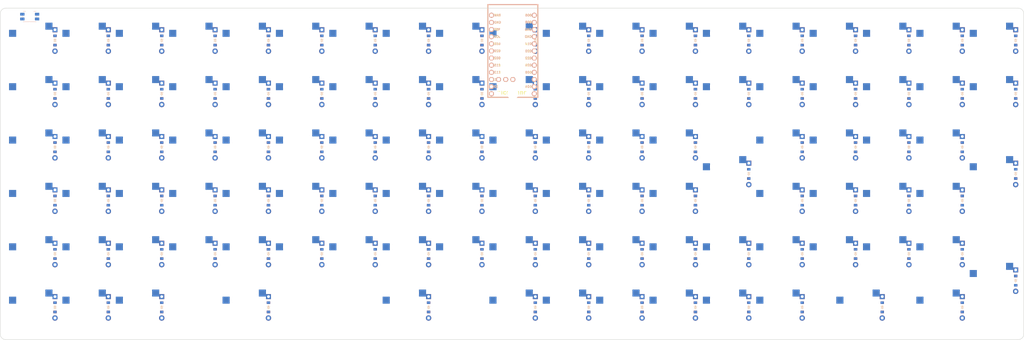
<source format=kicad_pcb>
(kicad_pcb (version 20240108) (generator "pcbnew") (generator_version "8.0")
  (title_block (title "beltgz") (rev "v1.0.0") (company "Unknown"))
  (layers (0 "F.Cu" signal) (31 "B.Cu" signal) (34 "B.Paste" user) (35 "F.Paste" user) (36 "B.SilkS" user "B.Silkscreen") (37 "F.SilkS" user "F.Silkscreen") (38 "B.Mask" user) (39 "F.Mask" user) (44 "Edge.Cuts" user))
  (net 0 "")
  (net 1 "esc_ctrl")
  (net 2 "esc_shift")
  (net 3 "esc_mayus")
  (net 4 "esc_tab")
  (net 5 "esc_symbol")
  (net 6 "esc_esc")
  (net 7 "f1_ctrl")
  (net 8 "f1_shift")
  (net 9 "f1_mayus")
  (net 10 "f1_tab")
  (net 11 "f1_symbol")
  (net 12 "f1_esc")
  (net 13 "f2_ctrl")
  (net 14 "f2_shift")
  (net 15 "f2_mayus")
  (net 16 "f2_tab")
  (net 17 "f2_symbol")
  (net 18 "f2_esc")
  (net 19 "f3_shift")
  (net 20 "f3_mayus")
  (net 21 "f3_tab")
  (net 22 "f3_symbol")
  (net 23 "f3_esc")
  (net 24 "f4_shift")
  (net 25 "f4_mayus")
  (net 26 "f4_tab")
  (net 27 "f4_symbol")
  (net 28 "f4_esc")
  (net 29 "f5_shift")
  (net 30 "f5_mayus")
  (net 31 "f5_tab")
  (net 32 "f5_symbol")
  (net 33 "f5_esc")
  (net 34 "f6_shift")
  (net 35 "f6_mayus")
  (net 36 "f6_tab")
  (net 37 "f6_symbol")
  (net 38 "f6_esc")
  (net 39 "f7_shift")
  (net 40 "f7_mayus")
  (net 41 "f7_tab")
  (net 42 "f7_symbol")
  (net 43 "f7_esc")
  (net 44 "f8_shift")
  (net 45 "f8_mayus")
  (net 46 "f8_tab")
  (net 47 "f8_symbol")
  (net 48 "f8_esc")
  (net 49 "f9_ctrl")
  (net 50 "f9_shift")
  (net 51 "f9_mayus")
  (net 52 "f9_tab")
  (net 53 "f9_symbol")
  (net 54 "f9_esc")
  (net 55 "f10_ctrl")
  (net 56 "f10_shift")
  (net 57 "f10_mayus")
  (net 58 "f10_tab")
  (net 59 "f10_symbol")
  (net 60 "f10_esc")
  (net 61 "f11_ctrl")
  (net 62 "f11_shift")
  (net 63 "f11_mayus")
  (net 64 "f11_tab")
  (net 65 "f11_symbol")
  (net 66 "f11_esc")
  (net 67 "f12_ctrl")
  (net 68 "f12_shift")
  (net 69 "f12_mayus")
  (net 70 "f12_tab")
  (net 71 "f12_symbol")
  (net 72 "f12_esc")
  (net 73 "supr_ctrl")
  (net 74 "supr_shift")
  (net 75 "supr_symbol")
  (net 76 "supr_esc")
  (net 77 "pant_ctrl")
  (net 78 "pant_shift")
  (net 79 "pant_mayus")
  (net 80 "pant_tab")
  (net 81 "pant_symbol")
  (net 82 "pant_esc")
  (net 83 "inser_shift")
  (net 84 "inser_mayus")
  (net 85 "inser_tab")
  (net 86 "inser_symbol")
  (net 87 "inser_esc")
  (net 88 "bloqd_shift")
  (net 89 "bloqd_mayus")
  (net 90 "bloqd_tab")
  (net 91 "bloqd_symbol")
  (net 92 "bloqd_esc")
  (net 93 "pausa_ctrl")
  (net 94 "pausa_shift")
  (net 95 "pausa_mayus")
  (net 96 "pausa_tab")
  (net 97 "pausa_symbol")
  (net 98 "pausa_esc")
  (net 99 "knob_symbol")
  (net 100 "knob_esc")
  (net 101 "space_default")
  (net 102 "space2_default")
  (net 103 "enter_default")
  (net 104 "cero_default")
  (net 105 "plus_default")
  (net 106 "intro_default")
  (net 107 "RAW")
  (net 108 "GND")
  (net 109 "RST")
  (net 110 "VCC")
  (net 111 "P031")
  (net 112 "P029")
  (net 113 "P002")
  (net 114 "P115")
  (net 115 "P113")
  (net 116 "P111")
  (net 117 "P010")
  (net 118 "P009")
  (net 119 "P006")
  (net 120 "P008")
  (net 121 "P017")
  (net 122 "P020")
  (net 123 "P022")
  (net 124 "P024")
  (net 125 "P100")
  (net 126 "P011")
  (net 127 "P104")
  (net 128 "P106")
  (net 129 "P101")
  (net 130 "P102")
  (net 131 "P107")
  (footprint "ComboDiode" (layer "F.Cu") (at 238 170 -90)
    (property "Reference" "D55" (hide yes))
    (property "Value" "" (hide yes))
  )
  (footprint "MX" (layer "F.Cu") (at 306 113)
    (property "Reference" "S80" (hide yes))
    (property "Value" "" (hide yes))
  )
  (footprint "ComboDiode" (layer "F.Cu") (at 200 151 -90)
    (property "Reference" "D44" (hide yes))
    (property "Value" "" (hide yes))
  )
  (footprint "MX" (layer "F.Cu") (at 211 151)
    (property "Reference" "S50" (hide yes))
    (property "Value" "" (hide yes))
  )
  (footprint "ComboDiode" (layer "F.Cu") (at 333 113 -90)
    (property "Reference" "D85" (hide yes))
    (property "Value" "" (hide yes))
  )
  (footprint "MX" (layer "F.Cu") (at 59 94)
    (property "Reference" "S11" (hide yes))
    (property "Value" "" (hide yes))
  )
  (footprint "MX" (layer "F.Cu") (at 287 94)
    (property "Reference" "S75" (hide yes))
    (property "Value" "" (hide yes))
  )
  (footprint "ComboDiode" (layer "F.Cu") (at 124 151 -90)
    (property "Reference" "D24" (hide yes))
    (property "Value" "" (hide yes))
  )
  (footprint "MX" (layer "F.Cu") (at 59 151)
    (property "Reference" "S8" (hide yes))
    (property "Value" "" (hide yes))
  )
  (footprint "MX" (layer "F.Cu") (at 173 94)
    (property "Reference" "S42" (hide yes))
    (property "Value" "" (hide yes))
  )
  (footprint "ComboDiode" (layer "F.Cu") (at 67 132 -90)
    (property "Reference" "D9" (hide yes))
    (property "Value" "" (hide yes))
  )
  (footprint "ComboDiode" (layer "F.Cu") (at 48 132 -90)
    (property "Reference" "D3" (hide yes))
    (property "Value" "" (hide yes))
  )
  (footprint "ComboDiode" (layer "F.Cu") (at 352 113 -90)
    (property "Reference" "D90" (hide yes))
    (property "Value" "" (hide yes))
  )
  (footprint "MX" (layer "F.Cu") (at 135 94)
    (property "Reference" "S32" (hide yes))
    (property "Value" "" (hide yes))
  )
  (footprint "MX" (layer "F.Cu") (at 344 75)
    (property "Reference" "S92" (hide yes))
    (property "Value" "" (hide yes))
  )
  (footprint "ComboDiode" (layer "F.Cu") (at 371 132 -90)
    (property "Reference" "D95" (hide yes))
    (property "Value" "" (hide yes))
  )
  (footprint "ComboDiode" (layer "F.Cu") (at 162 151 -90)
    (property "Reference" "D34" (hide yes))
    (property "Value" "" (hide yes))
  )
  (footprint "MX" (layer "F.Cu") (at 287 75)
    (property "Reference" "S76" (hide yes))
    (property "Value" "" (hide yes))
  )
  (footprint "ComboDiode" (layer "F.Cu") (at 314 151 -90)
    (property "Reference" "D78" (hide yes))
    (property "Value" "" (hide yes))
  )
  (footprint "MX" (layer "F.Cu") (at 325 151)
    (property "Reference" "S83" (hide yes))
    (property "Value" "" (hide yes))
  )
  (footprint "ComboDiode" (layer "F.Cu") (at 86 170 -90)
    (property "Reference" "D13" (hide yes))
    (property "Value" "" (hide yes))
  )
  (footprint "MX" (layer "F.Cu") (at 230 132)
    (property "Reference" "S57" (hide yes))
    (property "Value" "" (hide yes))
  )
  (footprint "ComboDiode" (layer "F.Cu") (at 295 170 -90)
    (property "Reference" "D73" (hide yes))
    (property "Value" "" (hide yes))
  )
  (footprint "ComboDiode" (layer "F.Cu") (at 371 151 -90)
    (property "Reference" "D94" (hide yes))
    (property "Value" "" (hide yes))
  )
  (footprint "ComboDiode" (layer "F.Cu") (at 295 75 -90)
    (property "Reference" "D76" (hide yes))
    (property "Value" "" (hide yes))
  )
  (footprint "MX" (layer "F.Cu") (at 78 94)
    (property "Reference" "S17" (hide yes))
    (property "Value" "" (hide yes))
  )
  (footprint "ComboDiode" (layer "F.Cu") (at 238 113 -90)
    (property "Reference" "D58" (hide yes))
    (property "Value" "" (hide yes))
  )
  (footprint "ComboDiode" (layer "F.Cu") (at 276 151 -90)
    (property "Reference" "D68" (hide yes))
    (property "Value" "" (hide yes))
  )
  (footprint "ComboDiode" (layer "F.Cu") (at 238 94 -90)
    (property "Reference" "D59" (hide yes))
    (property "Value" "" (hide yes))
  )
  (footprint "MX" (layer "F.Cu") (at 363 94)
    (property "Reference" "S97" (hide yes))
    (property "Value" "" (hide yes))
  )
  (footprint "MX" (layer "F.Cu") (at 306 94)
    (property "Reference" "S81" (hide yes))
    (property "Value" "" (hide yes))
  )
  (footprint "ComboDiode" (layer "F.Cu") (at 181 94 -90)
    (property "Reference" "D42" (hide yes))
    (property "Value" "" (hide yes))
  )
  (footprint "MX" (layer "F.Cu") (at 363 170)
    (property "Reference" "S93" (hide yes))
    (property "Value" "" (hide yes))
  )
  (footprint "MX" (layer "F.Cu") (at 325 75)
    (property "Reference" "S87" (hide yes))
    (property "Value" "" (hide yes))
  )
  (footprint "ComboDiode" (layer "F.Cu") (at 124 113 -90)
    (property "Reference" "D26" (hide yes))
    (property "Value" "" (hide yes))
  )
  (footprint "ComboDiode" (layer "F.Cu") (at 314 94 -90)
    (property "Reference" "D81" (hide yes))
    (property "Value" "" (hide yes))
  )
  (footprint "nice_nano" (layer "F.Cu") (at 211 80 -90)
    (property "Reference" "MCU1" (hide yes))
    (property "Value" "nice_nano" (hide yes))
  )
  (footprint "MX" (layer "F.Cu") (at 40 170)
    (property "Reference" "S1" (hide yes))
    (property "Value" "" (hide yes))
  )
  (footprint "MX" (layer "F.Cu") (at 344 113)
    (property "Reference" "S90" (hide yes))
    (property "Value" "" (hide yes))
  )
  (footprint "MX" (layer "F.Cu") (at 192 94)
    (property "Reference" "S47" (hide yes))
    (property "Value" "" (hide yes))
  )
  (footprint "ComboDiode" (layer "F.Cu") (at 342.5 170 -90)
    (property "Reference" "D104" (hide yes))
    (property "Value" "" (hide yes))
  )
  (footprint "ComboDiode" (layer "F.Cu") (at 276 132 -90)
    (property "Reference" "D69" (hide yes))
    (property "Value" "" (hide yes))
  )
  (footprint "ComboDiode" (layer "F.Cu") (at 219 75 -90)
    (property "Reference" "D54" (hide yes))
    (property "Value" "" (hide yes))
  )
  (footprint "MX" (layer "F.Cu") (at 154 75)
    (property "Reference" "S38" (hide yes))
    (property "Value" "" (hide yes))
  )
  (footprint "MX" (layer "F.Cu") (at 249 75)
    (property "Reference" "S66" (hide yes))
    (property "Value" "" (hide yes))
  )
  (footprint "ComboDiode" (layer "F.Cu") (at 105 94 -90)
    (property "Reference" "D22" (hide yes))
    (property "Value" "" (hide yes))
  )
  (footprint "ComboDiode" (layer "F.Cu") (at 371 113 -90)
    (property "Reference" "D96" (hide yes))
    (property "Value" "" (hide yes))
  )
  (footprint "MX" (layer "F.Cu") (at 135 113)
    (property "Reference" "S31" (hide yes))
    (property "Value" "" (hide yes))
  )
  (footprint "ComboDiode" (layer "F.Cu") (at 48 94 -90)
    (property "Reference" "D5" (hide yes))
    (property "Value" "" (hide yes))
  )
  (footprint "MX" (layer "F.Cu") (at 344 132)
    (property "Reference" "S89" (hide yes))
    (property "Value" "" (hide yes))
  )
  (footprint "MX" (layer "F.Cu") (at 211 170)
    (property "Reference" "S49" (hide yes))
    (property "Value" "" (hide yes))
  )
  (footprint "ComboDiode" (layer "F.Cu") (at 105 113 -90)
    (property "Reference" "D21" (hide yes))
    (property "Value" "" (hide yes))
  )
  (footprint "MX" (layer "F.Cu") (at 116 113)
    (property "Reference" "S26" (hide yes))
    (property "Value" "" (hide yes))
  )
  (footprint "MX" (layer "F.Cu") (at 363 151)
    (property "Reference" "S94" (hide yes))
    (property "Value" "" (hide yes))
  )
  (footprint "MX" (layer "F.Cu") (at 249 151)
    (property "Reference" "S62" (hide yes))
    (property "Value" "" (hide yes))
  )
  (footprint "ComboDiode" (layer "F.Cu") (at 371 75 -90)
    (property "Reference" "D98" (hide yes))
    (property "Value" "" (hide yes))
  )
  (footprint "ComboDiode" (layer "F.Cu") (at 314 113 -90)
    (property "Reference" "D80" (hide yes))
    (property "Value" "" (hide yes))
  )
  (footprint "ComboDiode" (layer "F.Cu") (at 390 94 -90)
    (property "Reference" "D99" (hide yes))
    (property "Value" "" (hide yes))
  )
  (footprint "MX" (layer "F.Cu") (at 249 113)
    (property "Reference" "S64" (hide yes))
    (property "Value" "" (hide yes))
  )
  (footprint "ComboDiode" (layer "F.Cu") (at 238 132 -90)
    (property "Reference" "D57" (hide yes))
    (property "Value" "" (hide yes))
  )
  (footprint "MX" (layer "F.Cu") (at 154 113)
    (property "Reference" "S36" (hide yes))
    (property "Value" "" (hide yes))
  )
  (footprint "MX" (layer "F.Cu") (at 59 170)
    (property "Reference" "S7" (hide yes))
    (property "Value" "" (hide yes))
  )
  (footprint "MX" (layer "F.Cu") (at 40 75)
    (property "Reference" "S6" (hide yes))
    (property "Value" "" (hide yes))
  )
  (footprint "ComboDiode" (layer "F.Cu") (at 162 132 -90)
    (property "Reference" "D35" (hide yes))
    (property "Value" "" (hide yes))
  )
  (footprint "MX" (layer "F.Cu") (at 40 151)
    (property "Reference" "S2" (hide yes))
    (property "Value" "" (hide yes))
  )
  (footprint "ComboDiode" (layer "F.Cu") (at 105 151 -90)
    (property "Reference" "D19" (hide yes))
    (property "Value" "" (hide yes))
  )
  (footprint "ComboDiode" (layer "F.Cu") (at 276 75 -90)
    (property "Reference" "D72" (hide yes))
    (property "Value" "" (hide yes))
  )
  (footprint "ComboDiode" (layer "F.Cu") (at 333 75 -90)
    (property "Reference" "D87" (hide yes))
    (property "Value" "" (hide yes))
  )
  (footprint "MX" (layer "F.Cu") (at 97 132)
    (property "Reference" "S20" (hide yes))
    (property "Value" "" (hide yes))
  )
  (footprint "ComboDiode" (layer "F.Cu") (at 86 113 -90)
    (property "Reference" "D16" (hide yes))
    (property "Value" "" (hide yes))
  )
  (footprint "ComboDiode" (layer "F.Cu") (at 86 94 -90)
    (property "Reference" "D17" (hide yes))
    (property "Value" "" (hide yes))
  )
  (footprint "MX" (layer "F.Cu") (at 268 132)
    (property "Reference" "S69" (hide yes))
    (property "Value" "" (hide yes))
  )
  (footprint "MX" (layer "F.Cu") (at 363 132)
    (property "Reference" "S95" (hide yes))
    (property "Value" "" (hide yes))
  )
  (footprint "MX" (layer "F.Cu") (at 40 132)
    (property "Reference" "S3" (hide yes))
    (property "Value" "" (hide yes))
  )
  (footprint "ComboDiode" (layer "F.Cu") (at 200 113 -90)
    (property "Reference" "D46" (hide yes))
    (property "Value" "" (hide yes))
  )
  (footprint "MX" (layer "F.Cu") (at 59 75)
    (property "Reference" "S12" (hide yes))
    (property "Value" "" (hide yes))
  )
  (footprint "MX" (layer "F.Cu") (at 382 160.5)
    (property "Reference" "S106" (hide yes))
    (property "Value" "" (hide yes))
  )
  (footprint "ComboDiode" (layer "F.Cu") (at 276 170 -90)
    (property "Reference" "D67" (hide yes))
    (property "Value" "" (hide yes))
  )
  (footprint "MX" (layer "F.Cu") (at 334.5 170)
    (property "Reference" "S104" (hide yes))
    (property "Value" "" (hide yes))
  )
  (footprint "ComboDiode" (layer "F.Cu") (at 86 132 -90)
    (property "Reference" "D15" (hide yes))
    (property "Value" "" (hide yes))
  )
  (footprint "ComboDiode" (layer "F.Cu") (at 219 132 -90)
    (property "Reference" "D51" (hide yes))
    (property "Value" "" (hide yes))
  )
  (footprint "MX" (layer "F.Cu") (at 192 75)
    (property "Reference" "S48" (hide yes))
    (property "Value" "" (hide yes))
  )
  (footprint "MX" (layer "F.Cu") (at 230 94)
    (property "Reference" "S59" (hide yes))
    (property "Value" "" (hide yes))
  )
  (footprint "MX" (layer "F.Cu") (at 268 94)
    (property "Reference" "S71" (hide yes))
    (property "Value" "" (hide yes))
  )
  (footprint "MX" (layer "F.Cu") (at 325 132)
    (property "Reference" "S84" (hide yes))
    (property "Value" "" (hide yes))
  )
  (footprint "ComboDiode" (layer "F.Cu") (at 143 113 -90)
    (property "Reference" "D31" (hide yes))
    (property "Value" "" (hide yes))
  )
  (footprint "MX" (layer "F.Cu") (at 135 132)
    (property "Reference" "S30" (hide yes))
    (property "Value" "" (hide yes))
  )
  (footprint "ComboDiode" (layer "F.Cu") (at 352 151 -90)
    (property "Reference" "D88" (hide yes))
    (property "Value" "" (hide yes))
  )
  (footprint "ComboDiode" (layer "F.Cu") (at 143 94 -90)
    (property "Reference" "D32" (hide yes))
    (property "Value" "" (hide yes))
  )
  (footprint "ComboDiode" (layer "F.Cu") (at 143 151 -90)
    (property "Reference" "D29" (hide yes))
    (property "Value" "" (hide yes))
  )
  (footprint "ComboDiode" (layer "F.Cu") (at 124 94 -90)
    (property "Reference" "D27" (hide yes))
    (property "Value" "" (hide yes))
  )
  (footprint "MX" (layer "F.Cu") (at 173 151)
    (property "Reference" "S39" (hide yes))
    (property "Value" "" (hide yes))
  )
  (footprint "MX" (layer "F.Cu") (at 230 151)
    (property "Reference" "S56" (hide yes))
    (property "Value" "" (hide yes))
  )
  (footprint "ComboDiode" (layer "F.Cu") (at 295 151 -90)
    (property "Reference" "D74" (hide yes))
    (property "Value" "" (hide yes))
  )
  (footprint "ComboDiode" (layer "F.Cu") (at 276 113 -90)
    (property "Reference" "D70" (hide yes))
    (property "Value" "" (hide yes))
  )
  (footprint "MX" (layer "F.Cu") (at 249 132)
    (property "Reference" "S63" (hide yes))
    (property "Value" "" (hide yes))
  )
  (footprint "ComboDiode" (layer "F.Cu") (at 181 132 -90)
    (property "Reference" "D40" (hide yes))
    (property "Value" "" (hide yes))
  )
  (footprint "MX" (layer "F.Cu") (at 40 94)
    (property "Reference" "S5" (hide yes))
    (property "Value" "" (hide yes))
  )
  (footprint "MX" (layer "F.Cu") (at 97 113)
    (property "Reference" "S21" (hide yes))
    (property "Value" "" (hide yes))
  )
  (footprint "ComboDiode" (layer "F.Cu") (at 257 113 -90)
    (property "Reference" "D64" (hide yes))
    (property "Value" "" (hide yes))
  )
  (footprint "ComboDiode" (layer "F.Cu") (at 124 75 -90)
    (property "Reference" "D28" (hide yes))
    (property "Value" "" (hide yes))
  )
  (footprint "MX" (layer "F.Cu") (at 173 113)
    (property "Reference" "S41" (hide yes))
    (property "Value" "" (hide yes))
  )
  (footprint "ComboDiode" (layer "F.Cu") (at 219 170 -90)
    (property "Reference" "D49" (hide yes))
    (property "Value" "" (hide yes))
  )
  (footprint "ComboDiode" (layer "F.Cu") (at 276 94 -90)
    (property "Reference" "D71" (hide yes))
    (property "Value" "" (hide yes))
  )
  (footprint "ComboDiode" (layer "F.Cu") (at 352 132 -90)
    (property "Reference" "D89" (hide yes))
    (property "Value" "" (hide yes))
  )
  (footprint "ComboDiode" (layer "F.Cu") (at 295 122.5 -90)
    (property "Reference" "D103" (hide yes))
    (property "Value" "" (hide yes))
  )
  (footprint "MX" (layer "F.Cu") (at 287 170)
    (property "Reference" "S73" (hide yes))
    (property "Value" "" (hide yes))
  )
  (footprint "ComboDiode" (layer "F.Cu") (at 162 75 -90)
    (property "Reference" "D38" (hide yes))
    (property "Value" "" (hide yes))
  )
  (footprint "MX" (layer "F.Cu") (at 306 132)
    (property "Reference" "S79" (hide yes))
    (property "Value" "" (hide yes))
  )
  (footprint "ComboDiode" (layer "F.Cu") (at 371 170 -90)
    (property "Reference" "D93" (hide yes))
    (property "Value" "" (hide yes))
  )
  (footprint "MX" (layer "F.Cu") (at 78 170)
    (property "Reference" "S13" (hide yes))
    (property "Value" "" (hide yes))
  )
  (footprint "MX" (layer "F.Cu") (at 173 170)
    (property "Reference" "S102" (hide yes))
    (property "Value" "" (hide yes))
  )
  (footprint "MX" (layer "F.Cu") (at 249 170)
    (property "Reference" "S61" (hide yes))
    (property "Value" "" (hide yes))
  )
  (footprint "MX" (layer "F.Cu") (at 249 94)
    (property "Reference" "S65" (hide yes))
    (property "Value" "" (hide yes))
  )
  (footprint "ComboDiode" (layer "F.Cu") (at 333 94 -90)
    (property "Reference" "D86" (hide yes))
    (property "Value" "" (hide yes))
  )
  (footprint "MX" (layer "F.Cu") (at 306 151)
    (property "Reference" "S78" (hide yes))
    (property "Value" "" (hide yes))
  )
  (footprint "MX" (layer "F.Cu") (at 135 75)
    (property "Reference" "S33" (hide yes))
    (property "Value" "" (hide yes))
  )
  (footprint "ComboDiode" (layer "F.Cu") (at 181 75 -90)
    (property "Reference" "D43" (hide yes))
    (property "Value" "" (hide yes))
  )
  (footprint "MX" (layer "F.Cu") (at 116 94)
    (property "Reference" "S27" (hide yes))
    (property "Value" "" (hide yes))
  )
  (footprint "MX" (layer "F.Cu") (at 382 75)
    (property "Reference" "S100" (hide yes))
    (property "Value" "" (hide yes))
  )
  (footprint "MX" (layer "F.Cu") (at 306 75)
    (property "Reference" "S82" (hide yes))
    (property "Value" "" (hide yes))
  )
  (footprint "ComboDiode" (layer "F.Cu") (at 314 132 -90)
    (property "Reference" "D79" (hide yes))
    (property "Value" "" (hide yes))
  )
  (footprint "MX" (layer "F.Cu") (at 211 132)
    (property "Reference" "S51" (hide yes))
    (property "Value" "" (hide yes))
  )
  (footprint "MX" (layer "F.Cu") (at 78 75)
    (property "Reference" "S18" (hide yes))
    (property "Value" "" (hide yes))
  )
  (footprint "MX" (layer "F.Cu") (at 173 132)
    (property "Reference" "S40" (hide yes))
    (property "Value" "" (hide yes))
  )
  (footprint "ComboDiode" (layer "F.Cu") (at 86 75 -90)
    (property "Reference" "D18" (hide yes))
    (property "Value" "" (hide yes))
  )
  (footprint "ComboDiode" (layer "F.Cu") (at 390 122.5 -90)
    (property "Reference" "D105" (hide yes))
    (property "Value" "" (hide yes))
  )
  (footprint "MX" (layer "F.Cu") (at 154 94)
    (property "Reference" "S37" (hide yes))
    (property "Value" "" (hide yes))
  )
  (footprint "MX" (layer "F.Cu") (at 268 151)
    (property "Reference" "S68" (hide yes))
    (property "Value" "" (hide yes))
  )
  (footprint "ComboDiode" (layer "F.Cu") (at 143 75 -90)
    (property "Reference" "D33" (hide yes))
    (property "Value" "" (hide yes))
  )
  (footprint "ComboDiode" (layer "F.Cu") (at 67 75 -90)
    (property "Reference" "D12" (hide yes))
    (property "Value" "" (hide yes))
  )
  (footprint "ComboDiode" (layer "F.Cu") (at 257 132 -90)
    (property "Reference" "D63" (hide yes))
    (property "Value" "" (hide yes))
  )
  (footprint "ComboDiode" (layer "F.Cu") (at 352 94 -90)
    (property "Reference" "D91" (hide yes))
    (property "Value" "" (hide yes))
  )
  (footprint "ComboDiode" (layer "F.Cu") (at 295 94 -90)
    (property "Reference" "D75" (hide yes))
    (property "Value" "" (hide yes))
  )
  (footprint "MX" (layer "F.Cu") (at 154 132)
    (property "Reference" "S35" (hide yes))
    (property "Value" "" (hide yes))
  )
  (footprint "MX" (layer "F.Cu") (at 192 151)
    (property "Reference" "S44" (hide yes))
    (property "Value" "" (hide yes))
  )
  (footprint "ComboDiode" (layer "F.Cu") (at 200 94 -90)
    (property "Reference" "D47" (hide yes))
    (property "Value" "" (hide yes))
  )
  (footprint "ComboDiode" (layer "F.Cu") (at 86 151 -90)
    (property "Reference" "D14" (hide yes))
    (property "Value" "" (hide yes))
  )
  (footprint "ComboDiode" (layer "F.Cu") (at 124 132 -90)
    (property "Reference" "D25" (hide yes))
    (property "Value" "" (hide yes))
  )
  (footprint "ComboDiode" (layer "F.Cu") (at 371 94 -90)
    (property "Reference" "D97" (hide yes))
    (property "Value" "" (hide yes))
  )
  (footprint "ComboDiode" (layer "F.Cu") (at 48 151 -90)
    (property "Reference" "D2" (hide yes))
    (property "Value" "" (hide yes))
  )
  (footprint "MX" (layer "F.Cu") (at 40 113)
    (property "Reference" "S4" (hide yes))
    (property "Value" "" (hide yes))
  )
  (footprint "ComboDiode" (layer "F.Cu") (at 181 151 -90)
    (property "Reference" "D39" (hide yes))
    (property "Value" "" (hide yes))
  )
  (footprint "ComboDiode" (layer "F.Cu") (at 314 170 -90)
    (property "Reference" "D77" (hide yes))
    (property "Value" "" (hide yes))
  )
  (footprint "ComboDiode" (layer "F.Cu") (at 48 75 -90)
    (property "Reference" "D6" (hide yes))
    (property "Value" "" (hide yes))
  )
  (footprint "MX" (layer "F.Cu") (at 116 75)
    (property "Reference" "S28" (hide yes))
    (property "Value" "" (hide yes))
  )
  (footprint "ComboDiode" (layer "F.Cu") (at 390 160.5 -90)
    (property "Reference" "D106" (hide yes))
    (property "Value" "" (hide yes))
  )
  (footprint "MX" (layer "F.Cu") (at 325 94)
    (property "Reference" "S86" (hide yes))
    (property "Value" "" (hide yes))
  )
  (footprint "MX" (layer "F.Cu") (at 382 122.5)
    (property "Reference" "S105" (hide yes))
    (property "Value" "" (hide yes))
  )
  (footprint "MX" (layer "F.Cu") (at 268 113)
    (property "Reference" "S70" (hide yes))
    (property "Value" "" (hide yes))
  )
  (footprint "ComboDiode" (layer "F.Cu") (at 333 151 -90)
    (property "Reference" "D83" (hide yes))
    (property "Value" "" (hide yes))
  )
  (footprint "MX" (layer "F.Cu") (at 268 170)
    (property "Reference" "S67" (hide yes))
    (property "Value" "" (hide yes))
  )
  (footprint "ComboDiode" (layer "F.Cu") (at 219 94 -90)
    (property "Reference" "D53" (hide yes))
    (property "Value" "" (hide yes))
  )
  (footprint "ComboDiode" (layer "F.Cu") (at 219 113 -90)
    (property "Reference" "D52" (hide yes))
    (property "Value" "" (hide yes))
  )
  (footprint "MX" (layer "F.Cu") (at 268 75)
    (property "Reference" "S72" (hide yes))
    (property "Value" "" (hide yes))
  )
  (footprint "ComboDiode" (layer "F.Cu") (at 48 170 -90)
    (property "Reference" "D1" (hide yes))
    (property "Value" "" (hide yes))
  )
  (footprint "MX" (layer "F.Cu") (at 59 113)
    (property "Reference" "S10" (hide yes))
    (property "Value" "" (hide yes))
  )
  (footprint "MX" (layer "F.Cu") (at 116 151)
    (property "Reference" "S24" (hide yes))
    (property "Value" "" (hide yes))
  )
  (footprint "ComboDiode" (layer "F.Cu") (at 390 75 -90)
    (property "Reference" "D100" (hide yes))
    (property "Value" "" (hide yes))
  )
  (footprint "ComboDiode" (layer "F.Cu") (at 162 113 -90)
    (property "Reference" "D36" (hide yes))
    (property "Value" "" (hide yes))
  )
  (footprint "ComboDiode" (layer "F.Cu") (at 48 113 -90)
    (property "Reference" "D4" (hide yes))
    (property "Value" "" (hide yes))
  )
  (footprint "ComboDiode" (layer "F.Cu") (at 67 151 -90)
    (property "Reference" "D8" (hide yes))
    (property "Value" "" (hide yes))
  )
  (footprint "MX" (layer "F.Cu") (at 230 75)
    (property "Reference" "S60" (hide yes))
    (property "Value" "" (hide yes))
  )
  (footprint "MX" (layer "F.Cu") (at 230 113)
    (property "Reference" "S58" (hide yes))
    (property "Value" "" (hide yes))
  )
  (footprint "ComboDiode" (layer "F.Cu") (at 257 75 -90)
    (property "Reference" "D66" (hide yes))
    (property "Value" "" (hide yes))
  )
  (footprint "ComboDiode" (layer "F.Cu") (at 162 94 -90)
    (property "Reference" "D37" (hide yes))
    (property "Value" "" (hide yes))
  )
  (footprint "MX" (layer "F.Cu") (at 116 170)
    (property "Reference" "S101" (hide yes))
    (property "Value" "" (hide yes))
  )
  (footprint "MX" (layer "F.Cu") (at 382 94)
    (property "Reference" "S99" (hide yes))
    (property "Value" "" (hide yes))
  )
  (footprint "MX" (layer "F.Cu") (at 230 170)
    (property "Reference" "S55" (hide yes))
    (property "Value" "" (hide yes))
  )
  (footprint "MX" (layer "F.Cu") (at 211 94)
    (property "Reference" "S53" (hide yes))
    (property "Value" "" (hide yes))
  )
  (footprint "MX" (layer "F.Cu") (at 97 151)
    (property "Reference" "S19" (hide yes))
    (property "Value" "" (hide yes))
  )
  (footprint "MX" (layer "F.Cu") (at 116 132)
    (property "Reference" "S25" (hide yes))
    (property "Value" "" (hide yes))
  )
  (footprint "ComboDiode" (layer "F.Cu") (at 67 170 -90)
    (property "Reference" "D7" (hide yes))
    (property "Value" "" (hide yes))
  )
  (footprint "ComboDiode" (layer "F.Cu") (at 200 75 -90)
    (property "Reference" "D48" (hide yes))
    (property "Value" "" (hide yes))
  )
  (footprint "ComboDiode" (layer "F.Cu") (at 238 151 -90)
    (property "Reference" "D56" (hide yes))
    (property "Value" "" (hide yes))
  )
  (footprint "MX" (layer "F.Cu") (at 325 113)
    (property "Reference" "S85" (hide yes))
    (property "Value" "" (hide yes))
  )
  (footprint "MX" (layer "F.Cu") (at 363 75)
    (property "Reference" "S98" (hide yes))
    (property "Value" "" (hide yes))
  )
  (footprint "ComboDiode" (layer "F.Cu") (at 238 75 -90)
    (property "Reference" "D60" (hide yes))
    (property "Value" "" (hide yes))
  )
  (footprint "ComboDiode" (layer "F.Cu") (at 105 75 -90)
    (property "Reference" "D23" (hide yes))
    (property "Value" "" (hide yes))
  )
  (footprint "ComboDiode" (layer "F.Cu") (at 352 75 -90)
    (property "Reference" "D92" (hide yes))
    (property "Value" "" (hide yes))
  )
  (footprint "MX" (layer "F.Cu") (at 78 151)
    (property "Reference" "S14" (hide yes))
    (property "Value" "" (hide yes))
  )
  (footprint "ComboDiode" (layer "F.Cu") (at 181 170 -90)
    (property "Reference" "D102" (hide yes))
    (property "Value" "" (hide yes))
  )
  (footprint "ComboDiode" (layer "F.Cu") (at 219 151 -90)
    (property "Reference" "D50" (hide yes))
    (property "Value" "" (hide yes))
  )
  (footprint "Panasonic_EVQPUL_EVQPUC" (layer "F.Cu") (at 39 66.5)
    (property "Reference" "B1" (hide yes))
    (property "Value" "Panasonic_EVQPUL_EVQPUC" (hide yes))
  )
  (footprint "MX" (layer "F.Cu") (at 135 151)
    (property "Reference" "S29" (hide yes))
    (property "Value" "" (hide yes))
  )
  (footprint "MX" (layer "F.Cu") (at 211 113)
    (property "Reference" "S52" (hide yes))
    (property "Value" "" (hide yes))
  )
  (footprint "ComboDiode" (layer "F.Cu") (at 67 94 -90)
    (property "Reference" "D11" (hide yes))
    (property "Value" "" (hide yes))
  )
  (footprint "MX" (layer "F.Cu") (at 363 113)
    (property "Reference" "S96" (hide yes))
    (property "Value" "" (hide yes))
  )
  (footprint "MX" (layer "F.Cu") (at 78 132)
    (property "Reference" "S15" (hide yes))
    (property "Value" "" (hide yes))
  )
  (footprint "MX" (layer "F.Cu") (at 344 151)
    (property "Reference" "S88" (hide yes))
    (property "Value" "" (hide yes))
  )
  (footprint "MX" (layer "F.Cu") (at 211 75)
    (property "Reference" "S54" (hide yes))
    (property "Value" "" (hide yes))
  )
  (footprint "MX" (layer "F.Cu") (at 59 132)
    (property "Reference" "S9" (hide yes))
    (property "Value" "" (hide yes))
  )
  (footprint "ComboDiode" (layer "F.Cu") (at 105 132 -90)
    (property "Reference" "D20" (hide yes))
    (property "Value" "" (hide yes))
  )
  (footprint "MX" (layer "F.Cu") (at 192 132)
    (property "Reference" "S45" (hide yes))
    (property "Value" "" (hide yes))
  )
  (footprint "ComboDiode" (layer "F.Cu") (at 67 113 -90)
    (property "Reference" "D10" (hide yes))
    (property "Value" "" (hide yes))
  )
  (footprint "MX" (layer "F.Cu") (at 287 151)
    (property "Reference" "S74" (hide yes))
    (property "Value" "" (hide yes))
  )
  (footprint "MX" (layer "F.Cu") (at 344 94)
    (property "Reference" "S91" (hide yes))
    (property "Value" "" (hide yes))
  )
  (footprint "ComboDiode" (layer "F.Cu") (at 333 132 -90)
    (property "Reference" "D84" (hide yes))
    (property "Value" "" (hide yes))
  )
  (footprint "ComboDiode" (layer "F.Cu") (at 124 170 -90)
    (property "Reference" "D101" (hide yes))
    (property "Value" "" (hide yes))
  )
  (footprint "ComboDiode" (layer "F.Cu") (at 181 113 -90)
    (property "Reference" "D41" (hide yes))
    (property "Value" "" (hide yes))
  )
  (footprint "MX" (layer "F.Cu") (at 97 75)
    (property "Reference" "S23" (hide yes))
    (property "Value" "" (hide yes))
  )
  (footprint "MX" (layer "F.Cu") (at 78 113)
    (property "Reference" "S16" (hide yes))
    (property "Value" "" (hide yes))
  )
  (footprint "ComboDiode" (layer "F.Cu") (at 257 151 -90)
    (property "Reference" "D62" (hide yes))
    (property "Value" "" (hide yes))
  )
  (footprint "MX" (layer "F.Cu") (at 97 94)
    (property "Reference" "S22" (hide yes))
    (property "Value" "" (hide yes))
  )
  (footprint "MX" (layer "F.Cu") (at 173 75)
    (property "Reference" "S43" (hide yes))
    (property "Value" "" (hide yes))
  )
  (footprint "MX" (layer "F.Cu") (at 192 113)
    (property "Reference" "S46" (hide yes))
    (property "Value" "" (hide yes))
  )
  (footprint "ComboDiode" (layer "F.Cu") (at 314 75 -90)
    (property "Reference" "D82" (hide yes))
    (property "Value" "" (hide yes))
  )
  (footprint "ComboDiode" (layer "F.Cu") (at 257 94 -90)
    (property "Reference" "D65" (hide yes))
    (property "Value" "" (hide yes))
  )
  (footprint "ComboDiode" (layer "F.Cu") (at 143 132 -90)
    (property "Reference" "D30" (hide yes))
    (property "Value" "" (hide yes))
  )
  (footprint "MX" (layer "F.Cu") (at 154 151)
    (property "Reference" "S34" (hide yes))
    (property "Value" "" (hide yes))
  )
  (footprint "ComboDiode" (layer "F.Cu") (at 200 132 -90)
    (property "Reference" "D45" (hide yes))
    (property "Value" "" (hide yes))
  )
  (footprint "MX" (layer "F.Cu") (at 287 122.5)
    (property "Reference" "S103" (hide yes))
    (property "Value" "" (hide yes))
  )
  (footprint "MX" (layer "F.Cu") (at 306 170)
    (property "Reference" "S77" (hide yes))
    (property "Value" "" (hide yes))
  )
  (footprint "ComboDiode" (layer "F.Cu") (at 257 170 -90)
    (property "Reference" "D61" (hide yes))
    (property "Value" "" (hide yes))
  )
  (gr_arc (start 392.9 179.5) (mid 392.314214 180.914214) (end 390.9 181.5) (stroke (width 0.15)) (layer "Edge.Cuts"))
  (gr_line (start 30.5 63.5) (end 390.9 63.5) (stroke (width 0.15)) (layer "Edge.Cuts"))
  (gr_line (start 28.5 179.5) (end 28.5 65.5) (stroke (width 0.15)) (layer "Edge.Cuts"))
  (gr_line (start 392.9 65.5) (end 392.9 179.5) (stroke (width 0.15)) (layer "Edge.Cuts"))
  (gr_arc (start 28.5 65.5) (mid 29.085786 64.085786) (end 30.5 63.5) (stroke (width 0.15)) (layer "Edge.Cuts"))
  (gr_arc (start 390.9 63.5) (mid 392.314214 64.085786) (end 392.9 65.5) (stroke (width 0.15)) (layer "Edge.Cuts"))
  (gr_arc (start 30.5 181.5) (mid 29.085786 180.914214) (end 28.5 179.5) (stroke (width 0.15)) (layer "Edge.Cuts"))
  (gr_line (start 390.9 181.5) (end 30.5 181.5) (stroke (width 0.15)) (layer "Edge.Cuts"))
)
</source>
